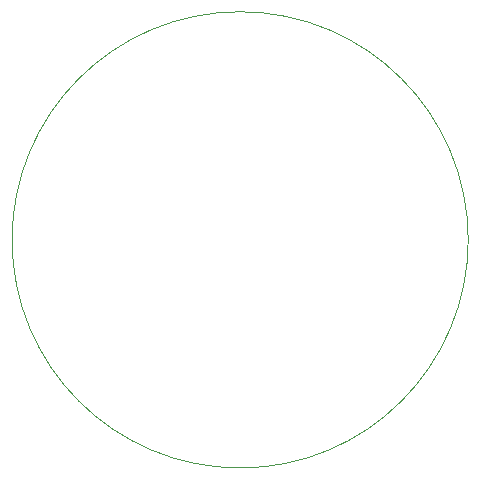
<source format=gbr>
G04 #@! TF.FileFunction,Profile,NP*
%FSLAX46Y46*%
G04 Gerber Fmt 4.6, Leading zero omitted, Abs format (unit mm)*
G04 Created by KiCad (PCBNEW 4.0.3+e1-6302~38~ubuntu16.04.1-stable) date Mon Aug 29 22:27:36 2016*
%MOMM*%
%LPD*%
G01*
G04 APERTURE LIST*
%ADD10C,0.100000*%
G04 APERTURE END LIST*
D10*
X99322771Y-83820000D02*
G75*
G03X99322771Y-83820000I-19312771J0D01*
G01*
M02*

</source>
